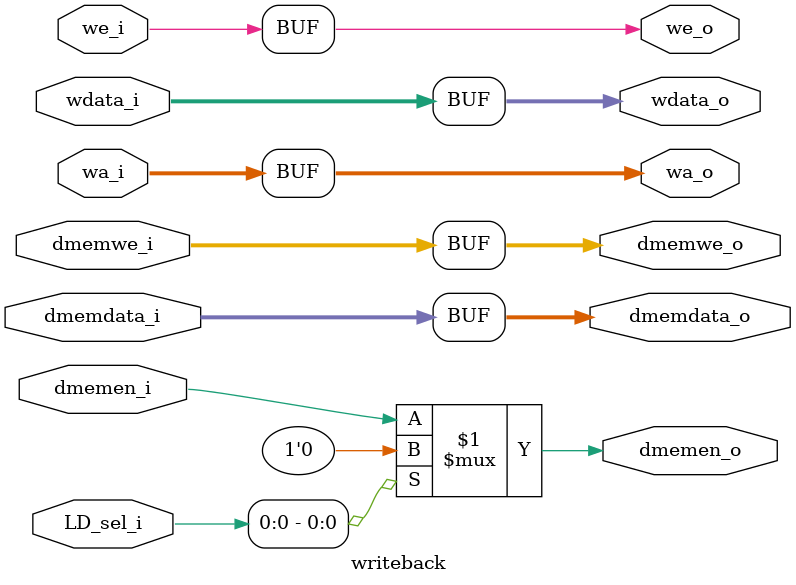
<source format=v>
module writeback(
    input      [4:0]                 wa_i,
    input                            we_i,
    input      [31:0]                wdata_i,
    input                            dmemen_i,
    input      [3:0]                 dmemwe_i,
    input      [3:0]                 LD_sel_i,
    input      [31:0]                dmemdata_i,

    output      [4:0]                wa_o,
    output                           we_o,
    output      [31:0]               wdata_o,
    output                           dmemen_o,
    output      [3:0]                dmemwe_o,
    output      [31:0]               dmemdata_o

);
    assign      wa_o = wa_i;
    assign      we_o = we_i;
    assign      wdata_o = wdata_i;
    assign      dmemen_o = LD_sel_i[0] ? 1'b0 :  dmemen_i;
    assign      dmemwe_o = dmemwe_i;
    assign      dmemdata_o = dmemdata_i;
endmodule //writeback

</source>
